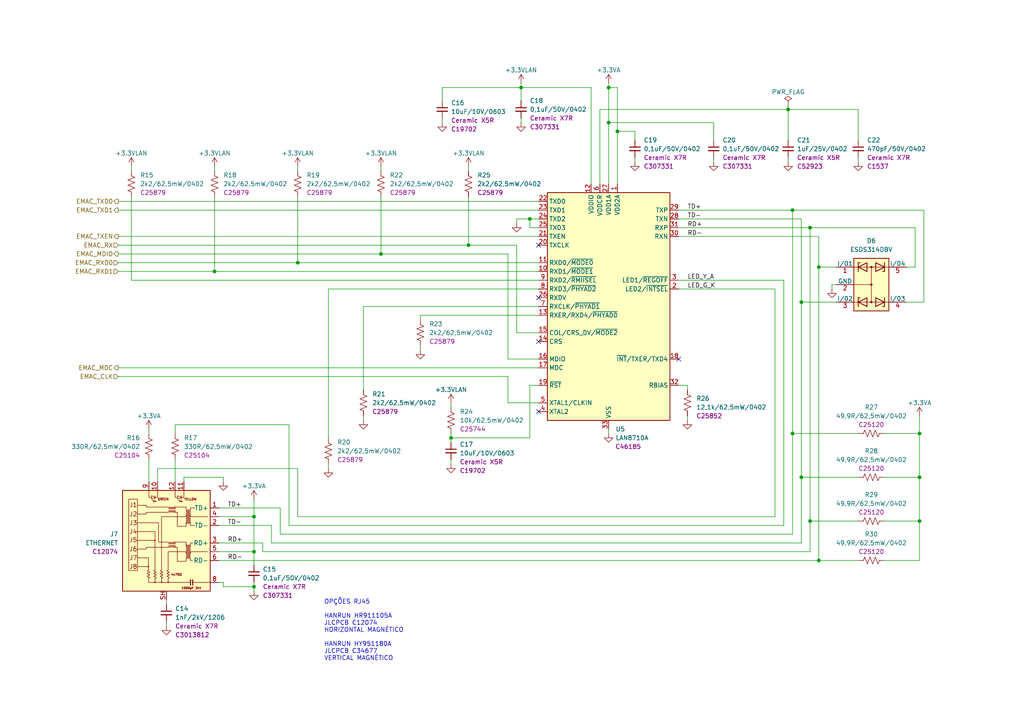
<source format=kicad_sch>
(kicad_sch (version 20230121) (generator eeschema)
  (paper "A4")
  (title_block (title "ESP 16x 24VDC Input 16x 24VDC Output Module") (date "2023-05-05") (rev "V2"))
  (lib_symbols
    (symbol "Device:C_Small" (pin_numbers hide) (pin_names (offset 0.254) hide)
      (property "Reference" "C" (at 0.254 1.778 0))
      (property "Value" "C_Small" (at 0.254 -2.032 0))
      (symbol "C_Small_0_1"
        (polyline (pts (xy -1.524 -0.508) (xy 1.524 -0.508)) (stroke (width 0.3302)))
        (polyline (pts (xy -1.524 0.508) (xy 1.524 0.508)) (stroke (width 0.3048)))
      )
      (symbol "C_Small_1_1"
        (pin passive line (at 0 2.54 270) (length 2.032) (name "~") (number "1"))
        (pin passive line (at 0 -2.54 90) (length 2.032) (name "~") (number "2"))
      )
    )
    (symbol "Device:R_US" (pin_numbers hide) (pin_names (offset 0))
      (property "Reference" "R" (at 2.54 0 90))
      (property "Value" "R_US" (at -2.54 0 90))
      (symbol "R_US_0_1"
        (polyline (pts (xy 0 -2.286) (xy 0 -2.54)))
        (polyline (pts (xy 0 2.286) (xy 0 2.54)))
        (polyline (pts (xy 0 -0.762) (xy 1.016 -1.143) (xy 0 -1.524) (xy -1.016 -1.905) (xy 0 -2.286)))
        (polyline (pts (xy 0 0.762) (xy 1.016 0.381) (xy 0 0) (xy -1.016 -0.381) (xy 0 -0.762)))
        (polyline (pts (xy 0 2.286) (xy 1.016 1.905) (xy 0 1.524) (xy -1.016 1.143) (xy 0 0.762)))
      )
      (symbol "R_US_1_1"
        (pin passive line (at 0 3.81 270) (length 1.27) (name "~") (number "1"))
        (pin passive line (at 0 -3.81 90) (length 1.27) (name "~") (number "2"))
      )
    )
    (symbol "Interface_Ethernet:LAN8710A"
      (property "Reference" "U" (at -13.97 34.29 0))
      (property "Value" "LAN8710A" (at 17.78 34.29 0))
      (symbol "LAN8710A_0_1"
        (rectangle (start -17.78 33.02) (end 17.78 -33.02) (stroke (width 0.254)) (fill (type background)))
      )
      (symbol "LAN8710A_1_1"
        (pin power_in line (at 2.54 35.56 270) (length 2.54) (name "VDD2A") (number "1"))
        (pin bidirectional line (at -20.32 10.16 0) (length 2.54) (name "RXD1/~{MODE1}") (number "10"))
        (pin bidirectional line (at -20.32 12.7 0) (length 2.54) (name "RXD0/~{MODE0}") (number "11"))
        (pin power_in line (at -5.08 35.56 270) (length 2.54) (name "VDDIO") (number "12"))
        (pin bidirectional line (at -20.32 -2.54 0) (length 2.54) (name "RXER/RXD4/~{PHYAD0}") (number "13"))
        (pin output line (at -20.32 -10.16 0) (length 2.54) (name "CRS") (number "14"))
        (pin bidirectional line (at -20.32 -7.62 0) (length 2.54) (name "COL/CRS_DV/~{MODE2}") (number "15"))
        (pin bidirectional line (at -20.32 -15.24 0) (length 2.54) (name "MDIO") (number "16"))
        (pin input line (at -20.32 -17.78 0) (length 2.54) (name "MDC") (number "17"))
        (pin bidirectional line (at 20.32 -15.24 180) (length 2.54) (name "~{INT}/TXER/TXD4") (number "18"))
        (pin input line (at -20.32 -22.86 0) (length 2.54) (name "~{RST}") (number "19"))
        (pin bidirectional line (at 20.32 5.08 180) (length 2.54) (name "LED2/~{INTSEL}") (number "2"))
        (pin output line (at -20.32 17.78 0) (length 2.54) (name "TXCLK") (number "20"))
        (pin input line (at -20.32 20.32 0) (length 2.54) (name "TXEN") (number "21"))
        (pin input line (at -20.32 30.48 0) (length 2.54) (name "TXD0") (number "22"))
        (pin input line (at -20.32 27.94 0) (length 2.54) (name "TXD1") (number "23"))
        (pin input line (at -20.32 25.4 0) (length 2.54) (name "TXD2") (number "24"))
        (pin input line (at -20.32 22.86 0) (length 2.54) (name "TXD3") (number "25"))
        (pin output line (at -20.32 2.54 0) (length 2.54) (name "RXDV") (number "26"))
        (pin power_in line (at 0 35.56 270) (length 2.54) (name "VDD1A") (number "27"))
        (pin bidirectional line (at 20.32 25.4 180) (length 2.54) (name "TXN") (number "28"))
        (pin bidirectional line (at 20.32 27.94 180) (length 2.54) (name "TXP") (number "29"))
        (pin bidirectional line (at 20.32 7.62 180) (length 2.54) (name "LED1/~{REGOFF}") (number "3"))
        (pin bidirectional line (at 20.32 20.32 180) (length 2.54) (name "RXN") (number "30"))
        (pin bidirectional line (at 20.32 22.86 180) (length 2.54) (name "RXP") (number "31"))
        (pin passive line (at 20.32 -22.86 180) (length 2.54) (name "RBIAS") (number "32"))
        (pin power_in line (at 0 -35.56 90) (length 2.54) (name "VSS") (number "33"))
        (pin output line (at -20.32 -30.48 0) (length 2.54) (name "XTAL2") (number "4"))
        (pin input line (at -20.32 -27.94 0) (length 2.54) (name "XTAL1/CLKIN") (number "5"))
        (pin power_in line (at -2.54 35.56 270) (length 2.54) (name "VDDCR") (number "6"))
        (pin bidirectional line (at -20.32 0 0) (length 2.54) (name "RXCLK/~{PHYAD1}") (number "7"))
        (pin bidirectional line (at -20.32 5.08 0) (length 2.54) (name "RXD3/~{PHYAD2}") (number "8"))
        (pin bidirectional line (at -20.32 7.62 0) (length 2.54) (name "RXD2/~{RMIISEL}") (number "9"))
      )
    )
    (symbol "Tales:+3.3VLAN" (power) (pin_names (offset 0))
      (property "Value" "+3.3VLAN" (at 0 3.556 0))
      (symbol "+3.3VLAN_0_1"
        (polyline (pts (xy -0.762 1.27) (xy 0 2.54)))
        (polyline (pts (xy 0 0) (xy 0 2.54)))
        (polyline (pts (xy 0 2.54) (xy 0.762 1.27)))
      )
      (symbol "+3.3VLAN_1_1"
        (pin power_in line (at 0 0 90) (length 0) hide (name "+3.3VLAN") (number "1"))
      )
    )
    (symbol "Tales:ESDS314DBV" (pin_names (offset 0))
      (property "Reference" "D" (at 0 12.7 0))
      (property "Value" "ESDS314DBV" (at 0 10.16 0))
      (symbol "ESDS314DBV_0_1"
        (rectangle (start -5.08 7.62) (end 5.08 -7.62) (stroke (width 0.254)) (fill (type background)))
        (circle (center 0 -5.08) (radius 0.254) (fill (type outline)))
        (polyline (pts (xy -5.08 -5.08) (xy 5.08 -5.08)))
        (polyline (pts (xy -5.08 0) (xy 0 0)))
        (polyline (pts (xy -5.08 5.08) (xy 5.08 5.08)))
        (polyline (pts (xy 0 -5.08) (xy 0 5.08)))
        (polyline (pts (xy -3.81 -6.35) (xy -3.81 -3.81) (xy -3.302 -3.81)) (stroke (width 0.254)))
        (polyline (pts (xy -3.81 3.81) (xy -3.81 6.35) (xy -3.302 6.35)) (stroke (width 0.254)))
        (polyline (pts (xy 3.81 -3.81) (xy 3.81 -6.35) (xy 3.302 -6.35)) (stroke (width 0.254)))
        (polyline (pts (xy 3.81 6.35) (xy 3.81 3.81) (xy 3.302 3.81)) (stroke (width 0.254)))
        (polyline (pts (xy -1.27 -6.35) (xy -3.81 -5.08) (xy -1.27 -3.81) (xy -1.27 -6.35) (xy -1.27 -6.35) (xy -1.27 -6.35)) (stroke (width 0.254)))
        (polyline (pts (xy -1.27 3.81) (xy -3.81 5.08) (xy -1.27 6.35) (xy -1.27 3.81) (xy -1.27 3.81) (xy -1.27 3.81)) (stroke (width 0.254)))
        (polyline (pts (xy 1.27 -3.81) (xy 3.81 -5.08) (xy 1.27 -6.35) (xy 1.27 -3.81) (xy 1.27 -3.81) (xy 1.27 -3.81)) (stroke (width 0.254)))
        (polyline (pts (xy 1.27 6.35) (xy 3.81 5.08) (xy 1.27 3.81) (xy 1.27 6.35) (xy 1.27 6.35) (xy 1.27 6.35)) (stroke (width 0.254)))
        (circle (center 0 0) (radius 0.254) (fill (type outline)))
        (circle (center 0 5.08) (radius 0.254) (fill (type outline)))
        (pin passive line (at -10.16 5.08 0) (length 5.08) (name "I/01") (number "1"))
        (pin passive line (at -10.16 0 0) (length 5.08) (name "GND") (number "2"))
        (pin passive line (at -10.16 -5.08 0) (length 5.08) (name "I/02") (number "3"))
        (pin passive line (at 10.16 -5.08 180) (length 5.08) (name "I/03") (number "4"))
        (pin passive line (at 10.16 5.08 180) (length 5.08) (name "I/04") (number "5"))
      )
    )
    (symbol "Tales:RJ45_HanRun_HR911105A"
      (property "Reference" "J" (at 12.7 13.97 0))
      (property "Value" "RJ45_HanRun_HR911105A" (at 0 -17.78 0))
      (symbol "RJ45_HanRun_HR911105A_0_0"
        (rectangle (start -12.7 12.7) (end 12.7 -16.51) (stroke (width 0.254)) (fill (type background)))
        (polyline (pts (xy -5.207 -9.398) (xy -8.382 -9.398)))
        (polyline (pts (xy -3.302 -13.97) (xy -3.302 -12.827)))
        (polyline (pts (xy -3.302 -1.778) (xy -8.382 -1.778)))
        (polyline (pts (xy -1.397 -13.97) (xy -1.397 -12.827)))
        (polyline (pts (xy 0.508 -13.97) (xy 0.508 -12.827)))
        (polyline (pts (xy 7.62 -13.97) (xy 12.7 -13.97)))
        (polyline (pts (xy 11.938 -5.08) (xy 6.985 -5.08)))
        (polyline (pts (xy 11.938 5.08) (xy 6.985 5.08)))
        (polyline (pts (xy -1.397 -10.414) (xy -1.397 5.08) (xy 5.715 5.08)))
        (polyline (pts (xy 0.508 -10.414) (xy 0.508 -5.08) (xy 5.715 -5.08)))
        (polyline (pts (xy 6.985 -13.97) (xy -5.207 -13.97) (xy -5.207 -12.827)))
        (polyline (pts (xy 0.635 -2.286) (xy -2.286 -2.286) (xy -2.286 3.302) (xy -8.382 3.302)))
        (polyline (pts (xy 0.635 7.874) (xy -5.842 7.874) (xy -5.842 8.382) (xy -8.382 8.382)))
        (text "1000pF 2kV" (at 7.239 -15.621 0) (effects (font (size 0.635 0.635))))
        (text "4x75Ω" (at 2.921 -11.684 0) (effects (font (size 0.635 0.635))))
        (text "GREEN" (at -2.54 10.16 0) (effects (font (size 0.635 0.635)) (justify left)))
        (text "J1" (at -10.795 8.509 0) (effects (font (size 1.27 1.27)) (justify left)))
        (text "J2" (at -10.795 5.842 0) (effects (font (size 1.27 1.27)) (justify left)))
        (text "J3" (at -10.795 3.302 0) (effects (font (size 1.27 1.27)) (justify left)))
        (text "J4" (at -10.795 0.762 0) (effects (font (size 1.27 1.27)) (justify left)))
        (text "J5" (at -10.795 -1.651 0) (effects (font (size 1.27 1.27)) (justify left)))
        (text "J6" (at -10.795 -4.318 0) (effects (font (size 1.27 1.27)) (justify left)))
        (text "J7" (at -10.795 -6.858 0) (effects (font (size 1.27 1.27)) (justify left)))
        (text "J8" (at -10.795 -9.398 0) (effects (font (size 1.27 1.27)) (justify left)))
        (text "YELLOW" (at 5.08 10.16 0) (effects (font (size 0.635 0.635)) (justify left)))
      )
      (symbol "RJ45_HanRun_HR911105A_0_1"
        (rectangle (start -8.382 -10.541) (end -10.922 10.16))
        (circle (center -5.207 -9.398) (radius 0.127) (fill (type outline)))
        (circle (center -3.302 -13.97) (radius 0.127) (fill (type outline)))
        (circle (center -3.302 -1.778) (radius 0.127) (fill (type outline)))
        (circle (center -1.397 -13.97) (radius 0.127) (fill (type outline)))
        (polyline (pts (xy -3.556 9.398) (xy -4.064 9.906)))
        (polyline (pts (xy -3.302 11.176) (xy -3.302 10.16)))
        (polyline (pts (xy -3.048 9.398) (xy -3.556 9.906)))
        (polyline (pts (xy 0.635 -3.302) (xy 2.667 -3.302)))
        (polyline (pts (xy 0.635 6.858) (xy 2.667 6.858)))
        (polyline (pts (xy 2.667 -2.794) (xy 0.635 -2.794)))
        (polyline (pts (xy 2.667 7.366) (xy 0.635 7.366)))
        (polyline (pts (xy 4.064 9.398) (xy 3.556 9.906)))
        (polyline (pts (xy 4.318 11.176) (xy 4.318 10.16)))
        (polyline (pts (xy 4.572 9.398) (xy 4.064 9.906)))
        (polyline (pts (xy 6.223 -3.048) (xy 6.223 -7.112)))
        (polyline (pts (xy 6.223 7.112) (xy 6.223 3.048)))
        (polyline (pts (xy 6.477 -7.112) (xy 6.477 -3.048)))
        (polyline (pts (xy 6.477 3.048) (xy 6.477 7.112)))
        (polyline (pts (xy 6.985 -14.732) (xy 6.985 -13.208)) (stroke (width 0.3048)))
        (polyline (pts (xy 7.62 -14.732) (xy 7.62 -13.208)) (stroke (width 0.3048)))
        (polyline (pts (xy -5.207 -10.414) (xy -5.207 -6.858) (xy -8.382 -6.858)))
        (polyline (pts (xy -5.08 12.7) (xy -5.08 10.668) (xy -4.318 10.668)))
        (polyline (pts (xy -3.556 9.652) (xy -3.556 9.398) (xy -3.81 9.398)))
        (polyline (pts (xy -3.302 -10.414) (xy -3.302 0.762) (xy -8.382 0.762)))
        (polyline (pts (xy -3.048 9.652) (xy -3.048 9.398) (xy -3.302 9.398)))
        (polyline (pts (xy -2.54 12.7) (xy -2.54 10.668) (xy -3.302 10.668)))
        (polyline (pts (xy 2.54 12.7) (xy 2.54 10.668) (xy 3.302 10.668)))
        (polyline (pts (xy 2.667 -2.286) (xy 5.715 -2.286) (xy 5.715 -3.048)))
        (polyline (pts (xy 2.667 7.874) (xy 5.715 7.874) (xy 5.715 7.112)))
        (polyline (pts (xy 4.064 9.652) (xy 4.064 9.398) (xy 3.81 9.398)))
        (polyline (pts (xy 4.572 9.652) (xy 4.572 9.398) (xy 4.318 9.398)))
        (polyline (pts (xy 5.08 12.7) (xy 5.08 10.668) (xy 4.318 10.668)))
        (polyline (pts (xy 6.985 -7.112) (xy 6.985 -7.62) (xy 7.62 -7.62)))
        (polyline (pts (xy 6.985 -3.048) (xy 6.985 -2.54) (xy 7.62 -2.54)))
        (polyline (pts (xy 6.985 3.048) (xy 6.985 2.54) (xy 8.255 2.54)))
        (polyline (pts (xy 6.985 7.112) (xy 6.985 7.62) (xy 8.255 7.62)))
        (polyline (pts (xy -3.302 10.668) (xy -4.318 11.176) (xy -4.318 10.16) (xy -3.302 10.668)))
        (polyline (pts (xy 0.635 -3.81) (xy -5.842 -3.81) (xy -5.842 -4.318) (xy -8.382 -4.318)))
        (polyline (pts (xy 0.635 6.35) (xy -5.842 6.35) (xy -5.842 5.842) (xy -8.382 5.842)))
        (polyline (pts (xy 4.318 10.668) (xy 3.302 11.176) (xy 3.302 10.16) (xy 4.318 10.668)))
        (polyline (pts (xy 5.715 -7.112) (xy 5.715 -7.874) (xy 3.175 -7.874) (xy 3.175 -3.81) (xy 2.667 -3.81)))
        (polyline (pts (xy 5.715 3.048) (xy 5.715 2.286) (xy 3.175 2.286) (xy 3.175 6.35) (xy 2.667 6.35)))
        (polyline (pts (xy -5.207 -12.827) (xy -4.826 -12.573) (xy -5.588 -12.192) (xy -4.826 -11.811) (xy -5.588 -11.43) (xy -4.826 -11.049) (xy -5.588 -10.668) (xy -5.207 -10.414)))
        (polyline (pts (xy -3.302 -12.827) (xy -2.921 -12.573) (xy -3.683 -12.192) (xy -2.921 -11.811) (xy -3.683 -11.43) (xy -2.921 -11.049) (xy -3.683 -10.668) (xy -3.302 -10.414)))
        (polyline (pts (xy -1.397 -12.827) (xy -1.016 -12.573) (xy -1.778 -12.192) (xy -1.016 -11.811) (xy -1.778 -11.43) (xy -1.016 -11.049) (xy -1.778 -10.668) (xy -1.397 -10.414)))
        (polyline (pts (xy 0.508 -12.827) (xy 0.889 -12.573) (xy 0.127 -12.192) (xy 0.889 -11.811) (xy 0.127 -11.43) (xy 0.889 -11.049) (xy 0.127 -10.668) (xy 0.508 -10.414)))
        (circle (center 0.508 -13.97) (radius 0.127) (fill (type outline)))
        (arc (start 0.635 -2.286) (mid 0.889 -2.5389) (end 1.143 -2.286))
        (arc (start 0.635 7.874) (mid 0.889 7.6211) (end 1.143 7.874))
        (arc (start 1.143 -3.81) (mid 0.889 -3.5571) (end 0.635 -3.81))
        (arc (start 1.143 -2.286) (mid 1.397 -2.5389) (end 1.651 -2.286))
        (arc (start 1.143 6.35) (mid 0.889 6.6029) (end 0.635 6.35))
        (arc (start 1.143 7.874) (mid 1.397 7.6211) (end 1.651 7.874))
        (arc (start 1.651 -3.81) (mid 1.397 -3.5571) (end 1.143 -3.81))
        (arc (start 1.651 -2.286) (mid 1.905 -2.5389) (end 2.159 -2.286))
        (arc (start 1.651 6.35) (mid 1.397 6.6029) (end 1.143 6.35))
        (arc (start 1.651 7.874) (mid 1.905 7.6211) (end 2.159 7.874))
        (arc (start 2.159 -3.81) (mid 1.905 -3.5571) (end 1.651 -3.81))
        (arc (start 2.159 -2.286) (mid 2.413 -2.5389) (end 2.667 -2.286))
        (arc (start 2.159 6.35) (mid 1.905 6.6029) (end 1.651 6.35))
        (arc (start 2.159 7.874) (mid 2.413 7.6211) (end 2.667 7.874))
        (circle (center 2.413 -3.8354) (radius 0.0762) (stroke (width 0.0254)) (fill (type outline)))
        (circle (center 2.413 -2.2606) (radius 0.0762) (stroke (width 0.0254)) (fill (type outline)))
        (circle (center 2.413 6.3246) (radius 0.0762) (stroke (width 0.0254)) (fill (type outline)))
        (circle (center 2.413 7.8994) (radius 0.0762) (stroke (width 0.0254)) (fill (type outline)))
        (arc (start 2.667 -3.81) (mid 2.413 -3.5571) (end 2.159 -3.81))
        (arc (start 2.667 6.35) (mid 2.413 6.6029) (end 2.159 6.35))
        (arc (start 5.715 -7.112) (mid 5.9679 -6.858) (end 5.715 -6.604))
        (arc (start 5.715 -6.604) (mid 5.9679 -6.35) (end 5.715 -6.096))
        (arc (start 5.715 -6.096) (mid 5.9679 -5.842) (end 5.715 -5.588))
        (arc (start 5.715 -5.588) (mid 5.9679 -5.334) (end 5.715 -5.08))
        (circle (center 5.715 -5.334) (radius 0.0762) (stroke (width 0.0254)) (fill (type outline)))
        (arc (start 5.715 -5.08) (mid 5.9679 -4.826) (end 5.715 -4.572))
        (arc (start 5.715 -4.572) (mid 5.9679 -4.318) (end 5.715 -4.064))
        (arc (start 5.715 -4.064) (mid 5.9679 -3.81) (end 5.715 -3.556))
        (arc (start 5.715 -3.556) (mid 5.9679 -3.302) (end 5.715 -3.048))
        (circle (center 5.715 -3.302) (radius 0.0762) (stroke (width 0.0254)) (fill (type outline)))
        (arc (start 5.715 3.048) (mid 5.9679 3.302) (end 5.715 3.556))
        (circle (center 5.715 3.302) (radius 0.0762) (stroke (width 0.0254)) (fill (type outline)))
        (arc (start 5.715 3.556) (mid 5.9679 3.81) (end 5.715 4.064))
        (arc (start 5.715 4.064) (mid 5.9679 4.318) (end 5.715 4.572))
        (arc (start 5.715 4.572) (mid 5.9679 4.826) (end 5.715 5.08))
        (arc (start 5.715 5.08) (mid 5.9679 5.334) (end 5.715 5.588))
        (circle (center 5.715 5.334) (radius 0.0762) (stroke (width 0.0254)) (fill (type outline)))
        (arc (start 5.715 5.588) (mid 5.9679 5.842) (end 5.715 6.096))
        (arc (start 5.715 6.096) (mid 5.9679 6.35) (end 5.715 6.604))
        (arc (start 5.715 6.604) (mid 5.9679 6.858) (end 5.715 7.112))
        (arc (start 6.985 -6.604) (mid 6.7321 -6.858) (end 6.985 -7.112))
        (arc (start 6.985 -6.096) (mid 6.7321 -6.35) (end 6.985 -6.604))
        (arc (start 6.985 -5.588) (mid 6.7321 -5.842) (end 6.985 -6.096))
        (circle (center 6.985 -5.334) (radius 0.0762) (stroke (width 0.0254)) (fill (type outline)))
        (arc (start 6.985 -5.08) (mid 6.7321 -5.334) (end 6.985 -5.588))
        (arc (start 6.985 -4.572) (mid 6.7321 -4.826) (end 6.985 -5.08))
        (arc (start 6.985 -4.064) (mid 6.7321 -4.318) (end 6.985 -4.572))
        (arc (start 6.985 -3.556) (mid 6.7321 -3.81) (end 6.985 -4.064))
        (circle (center 6.985 -3.302) (radius 0.0762) (stroke (width 0.0254)) (fill (type outline)))
        (arc (start 6.985 -3.048) (mid 6.7321 -3.302) (end 6.985 -3.556))
        (circle (center 6.985 3.302) (radius 0.0762) (stroke (width 0.0254)) (fill (type outline)))
        (arc (start 6.985 3.556) (mid 6.7321 3.302) (end 6.985 3.048))
        (arc (start 6.985 4.064) (mid 6.7321 3.81) (end 6.985 3.556))
        (arc (start 6.985 4.572) (mid 6.7321 4.318) (end 6.985 4.064))
        (arc (start 6.985 5.08) (mid 6.7321 4.826) (end 6.985 4.572))
        (circle (center 6.985 5.334) (radius 0.0762) (stroke (width 0.0254)) (fill (type outline)))
        (arc (start 6.985 5.588) (mid 6.7321 5.334) (end 6.985 5.08))
        (arc (start 6.985 6.096) (mid 6.7321 5.842) (end 6.985 5.588))
        (arc (start 6.985 6.604) (mid 6.7321 6.35) (end 6.985 6.096))
        (arc (start 6.985 7.112) (mid 6.7321 6.858) (end 6.985 6.604))
      )
      (symbol "RJ45_HanRun_HR911105A_1_1"
        (pin passive line (at 15.24 7.62 180) (length 2.54) (name "TD+") (number "1"))
        (pin passive line (at -2.54 15.24 270) (length 2.54) (name "~") (number "10"))
        (pin passive line (at 5.08 15.24 270) (length 2.54) (name "~") (number "11"))
        (pin passive line (at 2.54 15.24 270) (length 2.54) (name "~") (number "12"))
        (pin passive line (at 15.24 2.54 180) (length 2.54) (name "TD-") (number "2"))
        (pin passive line (at 15.24 -2.54 180) (length 2.54) (name "RD+") (number "3"))
        (pin passive line (at 15.24 5.08 180) (length 2.54) (name "~") (number "4"))
        (pin passive line (at 15.24 -5.08 180) (length 2.54) (name "~") (number "5"))
        (pin passive line (at 15.24 -7.62 180) (length 2.54) (name "RD-") (number "6"))
        (pin no_connect line (at 12.7 -11.43 180) (length 2.54) hide (name "NC") (number "7"))
        (pin passive line (at 15.24 -13.97 180) (length 2.54) (name "~") (number "8"))
        (pin passive line (at -5.08 15.24 270) (length 2.54) (name "~") (number "9"))
        (pin passive line (at 0 -19.05 90) (length 2.54) (name "~") (number "SH"))
      )
    )
    (symbol "power:+3.3VA" (power) (pin_names (offset 0))
      (property "Value" "+3.3VA" (at 0 3.556 0))
      (symbol "+3.3VA_0_1"
        (polyline (pts (xy -0.762 1.27) (xy 0 2.54)))
        (polyline (pts (xy 0 0) (xy 0 2.54)))
        (polyline (pts (xy 0 2.54) (xy 0.762 1.27)))
      )
      (symbol "+3.3VA_1_1"
        (pin power_in line (at 0 0 90) (length 0) hide (name "+3.3VA") (number "1"))
      )
    )
    (symbol "power:GND" (power) (pin_names (offset 0))
      (property "Value" "GND" (at 0 -3.81 0))
      (symbol "GND_0_1"
        (polyline (pts (xy 0 0) (xy 0 -1.27) (xy 1.27 -1.27) (xy 0 -2.54) (xy -1.27 -1.27) (xy 0 -1.27)))
      )
      (symbol "GND_1_1"
        (pin power_in line (at 0 0 270) (length 0) hide (name "GND") (number "1"))
      )
    )
    (symbol "power:PWR_FLAG" (power) (pin_numbers hide) (pin_names (offset 0) hide)
      (property "Value" "PWR_FLAG" (at 0 3.81 0))
      (symbol "PWR_FLAG_0_0"
        (pin power_out line (at 0 0 90) (length 0) (name "pwr") (number "1"))
      )
      (symbol "PWR_FLAG_0_1"
        (polyline (pts (xy 0 0) (xy 0 1.27) (xy -1.016 1.905) (xy 0 2.54) (xy 1.016 1.905) (xy 0 1.27)))
      )
    )
  )
  (junction (at 266.7 125.73))
  (junction (at 232.41 138.43))
  (junction (at 229.87 60.96))
  (junction (at 73.66 160.02))
  (junction (at 266.7 138.43))
  (junction (at 110.49 73.66))
  (junction (at 179.07 38.1))
  (junction (at 151.13 25.4))
  (junction (at 176.53 35.56))
  (junction (at 234.95 151.13))
  (junction (at 73.66 149.86))
  (junction (at 86.36 76.2))
  (junction (at 266.7 151.13))
  (junction (at 229.87 125.73))
  (junction (at 153.67 63.5))
  (junction (at 176.53 25.4))
  (junction (at 135.89 71.12))
  (junction (at 237.49 162.56))
  (junction (at 232.41 87.63))
  (junction (at 130.81 127))
  (junction (at 62.23 78.74))
  (junction (at 237.49 77.47))
  (junction (at 228.6 31.75))
  (junction (at 234.95 66.04))
  (junction (at 73.66 170.18))
  (no_connect (at 156.21 99.06))
  (no_connect (at 156.21 86.36))
  (no_connect (at 196.85 104.14))
  (no_connect (at 156.21 71.12))
  (no_connect (at 156.21 119.38))
  (wire (pts (xy 176.53 35.56) (xy 176.53 53.34)))
  (wire (pts (xy 34.29 71.12) (xy 135.89 71.12)))
  (wire (pts (xy 128.27 25.4) (xy 151.13 25.4)))
  (wire (pts (xy 64.77 138.43) (xy 64.77 139.7)))
  (wire (pts (xy 34.29 78.74) (xy 62.23 78.74)))
  (wire (pts (xy 171.45 25.4) (xy 171.45 53.34)))
  (wire (pts (xy 64.77 170.18) (xy 64.77 168.91)))
  (wire (pts (xy 241.3 82.55) (xy 242.57 82.55)))
  (wire (pts (xy 256.54 125.73) (xy 266.7 125.73)))
  (wire (pts (xy 228.6 31.75) (xy 248.92 31.75)))
  (wire (pts (xy 34.29 106.68) (xy 156.21 106.68)))
  (wire (pts (xy 38.1 48.26) (xy 38.1 49.53)))
  (wire (pts (xy 234.95 151.13) (xy 234.95 160.02)))
  (wire (pts (xy 237.49 77.47) (xy 237.49 162.56)))
  (wire (pts (xy 173.99 53.34) (xy 173.99 31.75)))
  (wire (pts (xy 266.7 151.13) (xy 266.7 162.56)))
  (wire (pts (xy 86.36 76.2) (xy 156.21 76.2)))
  (wire (pts (xy 156.21 111.76) (xy 153.67 111.76)))
  (wire (pts (xy 156.21 96.52) (xy 149.86 96.52)))
  (wire (pts (xy 83.82 123.19) (xy 83.82 152.4)))
  (wire (pts (xy 81.28 154.94) (xy 229.87 154.94)))
  (wire (pts (xy 179.07 38.1) (xy 179.07 53.34)))
  (wire (pts (xy 153.67 63.5) (xy 149.86 63.5)))
  (wire (pts (xy 135.89 71.12) (xy 135.89 57.15)))
  (wire (pts (xy 34.29 68.58) (xy 156.21 68.58)))
  (wire (pts (xy 153.67 66.04) (xy 153.67 63.5)))
  (wire (pts (xy 62.23 48.26) (xy 62.23 49.53)))
  (wire (pts (xy 43.18 124.46) (xy 43.18 125.73)))
  (wire (pts (xy 95.25 134.62) (xy 95.25 135.89)))
  (wire (pts (xy 128.27 29.21) (xy 128.27 25.4)))
  (wire (pts (xy 105.41 120.65) (xy 105.41 121.92)))
  (wire (pts (xy 34.29 76.2) (xy 86.36 76.2)))
  (wire (pts (xy 130.81 133.35) (xy 130.81 134.62)))
  (wire (pts (xy 121.92 91.44) (xy 121.92 92.71)))
  (wire (pts (xy 262.89 77.47) (xy 265.43 77.47)))
  (wire (pts (xy 53.34 138.43) (xy 53.34 139.7)))
  (wire (pts (xy 267.97 87.63) (xy 267.97 60.96)))
  (wire (pts (xy 38.1 57.15) (xy 38.1 81.28)))
  (wire (pts (xy 266.7 125.73) (xy 266.7 138.43)))
  (wire (pts (xy 64.77 168.91) (xy 63.5 168.91)))
  (wire (pts (xy 147.32 104.14) (xy 156.21 104.14)))
  (wire (pts (xy 176.53 25.4) (xy 176.53 35.56)))
  (wire (pts (xy 199.39 111.76) (xy 196.85 111.76)))
  (wire (pts (xy 234.95 151.13) (xy 248.92 151.13)))
  (wire (pts (xy 62.23 78.74) (xy 156.21 78.74)))
  (wire (pts (xy 196.85 68.58) (xy 237.49 68.58)))
  (wire (pts (xy 229.87 125.73) (xy 229.87 154.94)))
  (wire (pts (xy 34.29 109.22) (xy 147.32 109.22)))
  (wire (pts (xy 43.18 133.35) (xy 43.18 139.7)))
  (wire (pts (xy 81.28 147.32) (xy 81.28 154.94)))
  (wire (pts (xy 266.7 162.56) (xy 256.54 162.56)))
  (wire (pts (xy 45.72 135.89) (xy 86.36 135.89)))
  (wire (pts (xy 151.13 34.29) (xy 151.13 35.56)))
  (wire (pts (xy 151.13 25.4) (xy 151.13 29.21)))
  (wire (pts (xy 130.81 116.84) (xy 130.81 118.11)))
  (wire (pts (xy 153.67 127) (xy 130.81 127)))
  (wire (pts (xy 83.82 152.4) (xy 227.33 152.4)))
  (wire (pts (xy 86.36 57.15) (xy 86.36 76.2)))
  (wire (pts (xy 207.01 45.72) (xy 207.01 46.99)))
  (wire (pts (xy 228.6 31.75) (xy 228.6 40.64)))
  (wire (pts (xy 176.53 124.46) (xy 176.53 125.73)))
  (wire (pts (xy 50.8 139.7) (xy 50.8 133.35)))
  (wire (pts (xy 128.27 34.29) (xy 128.27 35.56)))
  (wire (pts (xy 228.6 30.48) (xy 228.6 31.75)))
  (wire (pts (xy 45.72 139.7) (xy 45.72 135.89)))
  (wire (pts (xy 62.23 57.15) (xy 62.23 78.74)))
  (wire (pts (xy 176.53 24.13) (xy 176.53 25.4)))
  (wire (pts (xy 229.87 125.73) (xy 248.92 125.73)))
  (wire (pts (xy 237.49 68.58) (xy 237.49 77.47)))
  (wire (pts (xy 78.74 152.4) (xy 78.74 157.48)))
  (wire (pts (xy 63.5 147.32) (xy 81.28 147.32)))
  (wire (pts (xy 237.49 162.56) (xy 248.92 162.56)))
  (wire (pts (xy 149.86 71.12) (xy 135.89 71.12)))
  (wire (pts (xy 176.53 25.4) (xy 179.07 25.4)))
  (wire (pts (xy 151.13 25.4) (xy 171.45 25.4)))
  (wire (pts (xy 110.49 57.15) (xy 110.49 73.66)))
  (wire (pts (xy 228.6 45.72) (xy 228.6 46.99)))
  (wire (pts (xy 76.2 157.48) (xy 76.2 160.02)))
  (wire (pts (xy 48.26 180.34) (xy 48.26 181.61)))
  (wire (pts (xy 229.87 60.96) (xy 229.87 125.73)))
  (wire (pts (xy 265.43 77.47) (xy 265.43 66.04)))
  (wire (pts (xy 147.32 73.66) (xy 147.32 104.14)))
  (wire (pts (xy 64.77 138.43) (xy 53.34 138.43)))
  (wire (pts (xy 266.7 138.43) (xy 266.7 151.13)))
  (wire (pts (xy 256.54 151.13) (xy 266.7 151.13)))
  (wire (pts (xy 248.92 31.75) (xy 248.92 40.64)))
  (wire (pts (xy 130.81 125.73) (xy 130.81 127)))
  (wire (pts (xy 34.29 73.66) (xy 110.49 73.66)))
  (wire (pts (xy 86.36 48.26) (xy 86.36 49.53)))
  (wire (pts (xy 153.67 111.76) (xy 153.67 127)))
  (wire (pts (xy 63.5 152.4) (xy 78.74 152.4)))
  (wire (pts (xy 73.66 170.18) (xy 73.66 171.45)))
  (wire (pts (xy 130.81 127) (xy 130.81 128.27)))
  (wire (pts (xy 149.86 96.52) (xy 149.86 71.12)))
  (wire (pts (xy 229.87 60.96) (xy 196.85 60.96)))
  (wire (pts (xy 173.99 31.75) (xy 228.6 31.75)))
  (wire (pts (xy 110.49 73.66) (xy 147.32 73.66)))
  (wire (pts (xy 105.41 88.9) (xy 105.41 113.03)))
  (wire (pts (xy 86.36 135.89) (xy 86.36 149.86)))
  (wire (pts (xy 199.39 113.03) (xy 199.39 111.76)))
  (wire (pts (xy 241.3 83.82) (xy 241.3 82.55)))
  (wire (pts (xy 50.8 123.19) (xy 83.82 123.19)))
  (wire (pts (xy 63.5 162.56) (xy 237.49 162.56)))
  (wire (pts (xy 78.74 157.48) (xy 232.41 157.48)))
  (wire (pts (xy 224.79 149.86) (xy 224.79 83.82)))
  (wire (pts (xy 265.43 66.04) (xy 234.95 66.04)))
  (wire (pts (xy 95.25 83.82) (xy 95.25 127)))
  (wire (pts (xy 232.41 138.43) (xy 248.92 138.43)))
  (wire (pts (xy 34.29 60.96) (xy 156.21 60.96)))
  (wire (pts (xy 73.66 168.91) (xy 73.66 170.18)))
  (wire (pts (xy 156.21 63.5) (xy 153.67 63.5)))
  (wire (pts (xy 48.26 173.99) (xy 48.26 175.26)))
  (wire (pts (xy 232.41 63.5) (xy 196.85 63.5)))
  (wire (pts (xy 110.49 48.26) (xy 110.49 49.53)))
  (wire (pts (xy 121.92 100.33) (xy 121.92 101.6)))
  (wire (pts (xy 184.15 38.1) (xy 184.15 40.64)))
  (wire (pts (xy 156.21 116.84) (xy 147.32 116.84)))
  (wire (pts (xy 64.77 170.18) (xy 73.66 170.18)))
  (wire (pts (xy 149.86 63.5) (xy 149.86 64.77)))
  (wire (pts (xy 267.97 60.96) (xy 229.87 60.96)))
  (wire (pts (xy 248.92 45.72) (xy 248.92 46.99)))
  (wire (pts (xy 156.21 66.04) (xy 153.67 66.04)))
  (wire (pts (xy 196.85 81.28) (xy 227.33 81.28)))
  (wire (pts (xy 73.66 144.78) (xy 73.66 149.86)))
  (wire (pts (xy 76.2 160.02) (xy 234.95 160.02)))
  (wire (pts (xy 34.29 58.42) (xy 156.21 58.42)))
  (wire (pts (xy 179.07 25.4) (xy 179.07 38.1)))
  (wire (pts (xy 256.54 138.43) (xy 266.7 138.43)))
  (wire (pts (xy 151.13 24.13) (xy 151.13 25.4)))
  (wire (pts (xy 86.36 149.86) (xy 224.79 149.86)))
  (wire (pts (xy 156.21 91.44) (xy 121.92 91.44)))
  (wire (pts (xy 207.01 35.56) (xy 207.01 40.64)))
  (wire (pts (xy 176.53 35.56) (xy 207.01 35.56)))
  (wire (pts (xy 95.25 83.82) (xy 156.21 83.82)))
  (wire (pts (xy 227.33 152.4) (xy 227.33 81.28)))
  (wire (pts (xy 266.7 120.65) (xy 266.7 125.73)))
  (wire (pts (xy 105.41 88.9) (xy 156.21 88.9)))
  (wire (pts (xy 237.49 77.47) (xy 242.57 77.47)))
  (wire (pts (xy 184.15 45.72) (xy 184.15 46.99)))
  (wire (pts (xy 232.41 87.63) (xy 242.57 87.63)))
  (wire (pts (xy 179.07 38.1) (xy 184.15 38.1)))
  (wire (pts (xy 232.41 87.63) (xy 232.41 138.43)))
  (wire (pts (xy 232.41 63.5) (xy 232.41 87.63)))
  (wire (pts (xy 135.89 48.26) (xy 135.89 49.53)))
  (wire (pts (xy 73.66 160.02) (xy 73.66 149.86)))
  (wire (pts (xy 232.41 138.43) (xy 232.41 157.48)))
  (wire (pts (xy 63.5 160.02) (xy 73.66 160.02)))
  (wire (pts (xy 63.5 157.48) (xy 76.2 157.48)))
  (wire (pts (xy 38.1 81.28) (xy 156.21 81.28)))
  (wire (pts (xy 196.85 83.82) (xy 224.79 83.82)))
  (wire (pts (xy 147.32 116.84) (xy 147.32 109.22)))
  (wire (pts (xy 199.39 120.65) (xy 199.39 121.92)))
  (wire (pts (xy 196.85 66.04) (xy 234.95 66.04)))
  (wire (pts (xy 50.8 125.73) (xy 50.8 123.19)))
  (wire (pts (xy 234.95 66.04) (xy 234.95 151.13)))
  (wire (pts (xy 73.66 160.02) (xy 73.66 163.83)))
  (wire (pts (xy 262.89 87.63) (xy 267.97 87.63)))
  (wire (pts (xy 73.66 149.86) (xy 63.5 149.86)))
  (text "OPÇÕES RJ45\n\nHANRUN HR911105A\nJLCPCB C12074\nHORIZONTAL MAGNÉTICO\n\nHANRUN HY951180A\nJLCPCB C34677\nVERTICAL MAGNÉTICO" (at 93.98 191.77 0) (effects (font (size 1.27 1.27)) (justify left bottom)))
  (label "RD-" (at 66.04 162.56 0))
  (label "LED_Y_A" (at 199.39 81.28 0))
  (label "TD+" (at 66.04 147.32 0))
  (label "TD+" (at 199.39 60.96 0))
  (label "TD-" (at 66.04 152.4 0))
  (label "RD-" (at 199.39 68.58 0))
  (label "RD+" (at 66.04 157.48 0))
  (label "RD+" (at 199.39 66.04 0))
  (label "LED_G_K" (at 199.39 83.82 0))
  (label "TD-" (at 199.39 63.5 0))
  (hierarchical_label "EMAC_MDIO" (shape output) (at 34.29 73.66 180))
  (hierarchical_label "EMAC_TXEN" (shape output) (at 34.29 68.58 180))
  (hierarchical_label "EMAC_CLK" (shape input) (at 34.29 109.22 180))
  (hierarchical_label "EMAC_RXD1" (shape input) (at 34.29 78.74 180))
  (hierarchical_label "EMAC_MDC" (shape output) (at 34.29 106.68 180))
  (hierarchical_label "EMAC_RXD0" (shape input) (at 34.29 76.2 180))
  (hierarchical_label "EMAC_RX" (shape input) (at 34.29 71.12 180))
  (hierarchical_label "EMAC_TXD0" (shape output) (at 34.29 58.42 180))
  (hierarchical_label "EMAC_TXD1" (shape output) (at 34.29 60.96 180))
  (symbol (lib_id "Device:C_Small") (at 207.01 43.18 0) (unit 1)
    (property "Reference" "C20" (at 209.55 40.64 0) (effects (justify left)))
    (property "Value" "0,1uF/50V/0402" (at 209.55 43.18 0) (effects (justify left)))
    (property "Footprint" "Tales:C_0402_1005Metric" (effects hide))
    (property "Case" "0402/1005" (effects hide))
    (property "JLCPCB BOM" "1" (effects hide))
    (property "LCSC Part #" "C307331" (at 209.55 48.2538 0) (effects (justify left)))
    (property "Mfr" "Samsung" (effects hide))
    (property "Mfr PN" "CL05B104KB54PNC" (effects hide))
    (property "Technology" "Ceramic X7R" (at 209.55 45.7138 0) (effects (justify left)))
    (property "Vendor" "JLCPCB" (effects hide))
    (property "Vendor PN" "C307331" (effects hide))
  )
  (symbol (lib_id "power:GND") (at 184.15 46.99 0) (unit 1)
    (property "Reference" "#PWR057" (effects hide))
    (property "Value" "GNDREF" (effects hide))
  )
  (symbol (lib_id "Device:R_US") (at 130.81 121.92 0) (unit 1)
    (property "Reference" "R24" (at 133.35 119.38 0) (effects (justify left)))
    (property "Value" "10k/62,5mW/0402" (at 133.35 121.92 0) (effects (justify left)))
    (property "Footprint" "Tales:R_0402_1005Metric" (effects hide))
    (property "Case" "0402/1005" (effects hide))
    (property "Mfr" "Uniroyal" (effects hide))
    (property "Vendor" "JLCPCB" (effects hide))
    (property "Mfr PN" "0402WGF1002TCE" (effects hide))
    (property "Vendor PN" "C25744" (effects hide))
    (property "LCSC Part #" "C25744" (at 133.35 124.46 0) (effects (justify left)))
    (property "JLCPCB BOM" "1" (effects hide))
  )
  (symbol (lib_id "power:GND") (at 228.6 46.99 0) (unit 1)
    (property "Reference" "#PWR060" (effects hide))
    (property "Value" "GNDREF" (effects hide))
  )
  (symbol (lib_id "Device:R_US") (at 50.8 129.54 0) (unit 1)
    (property "Reference" "R17" (at 53.34 127 0) (effects (justify left)))
    (property "Value" "330R/62,5mW/0402" (at 53.34 129.54 0) (effects (justify left)))
    (property "Footprint" "Tales:R_0402_1005Metric" (effects hide))
    (property "Case" "0402/1005" (effects hide))
    (property "Mfr" "Uniroyal" (effects hide))
    (property "Vendor" "JLCPCB" (effects hide))
    (property "Mfr PN" "0402WGF3300TCE" (effects hide))
    (property "Vendor PN" "C25104" (effects hide))
    (property "LCSC Part #" "C25104" (at 53.34 132.08 0) (effects (justify left)))
    (property "JLCPCB BOM" "1" (effects hide))
  )
  (symbol (lib_id "Device:C_Small") (at 128.27 31.75 0) (unit 1)
    (property "Reference" "C16" (at 130.81 29.845 0) (effects (justify left)))
    (property "Value" "10uF/10V/0603" (at 130.81 32.385 0) (effects (justify left)))
    (property "Footprint" "Tales:C_0603_1608Metric" (effects hide))
    (property "Mfr" "Samsung" (effects hide))
    (property "Mfr PN" "CL10A106KP8NNNC" (effects hide))
    (property "JLCPCB BOM" "1" (effects hide))
    (property "LCSC Part #" "C19702" (at 130.81 37.465 0) (effects (justify left)))
    (property "Technology" "Ceramic X5R" (at 130.81 34.925 0) (effects (justify left)))
    (property "Vendor" "JLCPCB" (effects hide))
    (property "Vendor PN" "C19702" (effects hide))
    (property "Case" "0603/1608" (effects hide))
  )
  (symbol (lib_id "Tales:+3.3VLAN") (at 135.89 48.26 0) (unit 1)
    (property "Reference" "#PWR051" (effects hide))
    (property "Value" "+3.3VLAN" (at 135.89 44.45 0))
  )
  (symbol (lib_id "Device:C_Small") (at 73.66 166.37 0) (unit 1)
    (property "Reference" "C15" (at 76.2 165.1062 0) (effects (justify left)))
    (property "Value" "0,1uF/50V/0402" (at 76.2 167.6462 0) (effects (justify left)))
    (property "Footprint" "Tales:C_0402_1005Metric" (effects hide))
    (property "Case" "0402/1005" (effects hide))
    (property "JLCPCB BOM" "1" (effects hide))
    (property "LCSC Part #" "C307331" (at 76.2 172.72 0) (effects (justify left)))
    (property "Mfr" "Samsung" (effects hide))
    (property "Mfr PN" "CL05B104KB54PNC" (effects hide))
    (property "Technology" "Ceramic X7R" (at 76.2 170.18 0) (effects (justify left)))
    (property "Vendor" "JLCPCB" (effects hide))
    (property "Vendor PN" "C307331" (effects hide))
  )
  (symbol (lib_id "Device:R_US") (at 62.23 53.34 0) (unit 1)
    (property "Reference" "R18" (at 64.77 50.8 0) (effects (justify left)))
    (property "Value" "2k2/62,5mW/0402" (at 64.77 53.34 0) (effects (justify left)))
    (property "Footprint" "Tales:R_0402_1005Metric" (effects hide))
    (property "Case" "0402/1005" (effects hide))
    (property "Mfr" "Uniroyal" (effects hide))
    (property "Vendor" "JLCPCB" (effects hide))
    (property "Mfr PN" "0402WGF2201TCE" (effects hide))
    (property "Vendor PN" "C25879" (effects hide))
    (property "LCSC Part #" "C25879" (at 64.77 55.88 0) (effects (justify left)))
    (property "JLCPCB BOM" "1" (effects hide))
  )
  (symbol (lib_id "Device:R_US") (at 135.89 53.34 0) (unit 1)
    (property "Reference" "R25" (at 138.43 50.8 0) (effects (justify left)))
    (property "Value" "2k2/62,5mW/0402" (at 138.43 53.34 0) (effects (justify left)))
    (property "Footprint" "Tales:R_0402_1005Metric" (effects hide))
    (property "Case" "0402/1005" (effects hide))
    (property "Mfr" "Uniroyal" (effects hide))
    (property "Vendor" "JLCPCB" (effects hide))
    (property "Mfr PN" "0402WGF2201TCE" (effects hide))
    (property "Vendor PN" "C25879" (effects hide))
    (property "LCSC Part #" "C25879" (at 138.43 55.88 0) (effects (justify left)))
    (property "JLCPCB BOM" "1" (effects hide))
  )
  (symbol (lib_id "power:GND") (at 130.81 134.62 0) (unit 1)
    (property "Reference" "#PWR050" (effects hide))
    (property "Value" "GNDREF" (effects hide))
  )
  (symbol (lib_id "Device:R_US") (at 86.36 53.34 0) (unit 1)
    (property "Reference" "R19" (at 88.9 50.8 0) (effects (justify left)))
    (property "Value" "2k2/62,5mW/0402" (at 88.9 53.34 0) (effects (justify left)))
    (property "Footprint" "Tales:R_0402_1005Metric" (effects hide))
    (property "Case" "0402/1005" (effects hide))
    (property "Mfr" "Uniroyal" (effects hide))
    (property "Vendor" "JLCPCB" (effects hide))
    (property "Mfr PN" "0402WGF2201TCE" (effects hide))
    (property "Vendor PN" "C25879" (effects hide))
    (property "LCSC Part #" "C25879" (at 88.9 55.88 0) (effects (justify left)))
    (property "JLCPCB BOM" "1" (effects hide))
  )
  (symbol (lib_id "power:GND") (at 105.41 121.92 0) (unit 1)
    (property "Reference" "#PWR045" (effects hide))
    (property "Value" "GNDREF" (effects hide))
  )
  (symbol (lib_id "Device:C_Small") (at 48.26 177.8 0) (unit 1)
    (property "Reference" "C14" (at 50.8 176.5362 0) (effects (justify left)))
    (property "Value" "1nF/2kV/1206" (at 50.8 179.0762 0) (effects (justify left)))
    (property "Footprint" "Tales:C_1206_3216Metric" (effects hide))
    (property "Case" "1206/3216" (effects hide))
    (property "JLCPCB BOM" "1" (effects hide))
    (property "LCSC Part #" "C3013812" (at 50.8 184.15 0) (effects (justify left)))
    (property "Mfr" "Vishay" (effects hide))
    (property "Mfr PN" "VJ1206Y102MXFAT4X" (effects hide))
    (property "Technology" "Ceramic X7R" (at 50.8 181.61 0) (effects (justify left)))
    (property "Vendor" "JLCPCB" (effects hide))
    (property "Vendor PN" "C3013812" (effects hide))
  )
  (symbol (lib_id "Device:R_US") (at 43.18 129.54 0) (unit 1)
    (property "Reference" "R16" (at 40.64 127 0) (effects (justify right)))
    (property "Value" "330R/62,5mW/0402" (at 40.64 129.54 0) (effects (justify right)))
    (property "Footprint" "Tales:R_0402_1005Metric" (effects hide))
    (property "Case" "0402/1005" (effects hide))
    (property "Mfr" "Uniroyal" (effects hide))
    (property "Vendor" "JLCPCB" (effects hide))
    (property "Mfr PN" "0402WGF3300TCE" (effects hide))
    (property "Vendor PN" "C25104" (effects hide))
    (property "LCSC Part #" "C25104" (at 40.64 132.08 0) (effects (justify right)))
    (property "JLCPCB BOM" "1" (effects hide))
  )
  (symbol (lib_id "power:GND") (at 121.92 101.6 0) (unit 1)
    (property "Reference" "#PWR047" (effects hide))
    (property "Value" "GNDREF" (effects hide))
  )
  (symbol (lib_id "power:GND") (at 207.01 46.99 0) (unit 1)
    (property "Reference" "#PWR059" (effects hide))
    (property "Value" "GNDREF" (effects hide))
  )
  (symbol (lib_id "power:GND") (at 95.25 135.89 0) (unit 1)
    (property "Reference" "#PWR044" (effects hide))
    (property "Value" "GNDREF" (effects hide))
  )
  (symbol (lib_id "power:+3.3VA") (at 73.66 144.78 0) (unit 1)
    (property "Reference" "#PWR041" (effects hide))
    (property "Value" "+3.3VA" (at 73.66 140.97 0))
  )
  (symbol (lib_id "power:GND") (at 151.13 35.56 0) (unit 1)
    (property "Reference" "#PWR054" (effects hide))
    (property "Value" "GNDREF" (effects hide))
  )
  (symbol (lib_id "power:GND") (at 241.3 83.82 0) (unit 1)
    (property "Reference" "#PWR061" (effects hide))
    (property "Value" "GNDREF" (effects hide))
  )
  (symbol (lib_id "Tales:RJ45_HanRun_HR911105A") (at 48.26 154.94 0) (unit 1)
    (property "Reference" "J7" (at 34.29 154.94 0) (effects (justify right)))
    (property "Value" "ETHERNET" (at 34.29 157.48 0) (effects (justify right)))
    (property "Footprint" "Tales:RJ45_HanRun_HR911105A" (effects hide))
    (property "JLCPCB BOM" "1" (effects hide))
    (property "LCSC Part #" "C12074" (at 34.29 160.02 0) (effects (justify right)))
    (property "Mfr" "HanRun" (effects hide))
    (property "Mfr PN" "HR911105A" (effects hide))
    (property "Vendor" "JLCPCB" (effects hide))
    (property "Vendor PN" "C12074" (effects hide))
  )
  (symbol (lib_id "power:GND") (at 73.66 171.45 0) (unit 1)
    (property "Reference" "#PWR042" (effects hide))
    (property "Value" "GNDREF" (effects hide))
  )
  (symbol (lib_id "power:PWR_FLAG") (at 228.6 30.48 0) (unit 1)
    (property "Reference" "#FLG06" (effects hide))
    (property "Value" "PWR_FLAG" (at 228.6 26.67 0))
  )
  (symbol (lib_id "Tales:+3.3VLAN") (at 62.23 48.26 0) (unit 1)
    (property "Reference" "#PWR039" (effects hide))
    (property "Value" "+3.3VLAN" (at 62.23 44.45 0))
  )
  (symbol (lib_id "power:GND") (at 248.92 46.99 0) (unit 1)
    (property "Reference" "#PWR062" (effects hide))
    (property "Value" "GNDREF" (effects hide))
  )
  (symbol (lib_id "Device:R_US") (at 252.73 138.43 90) (unit 1)
    (property "Reference" "R28" (at 252.73 130.81 90))
    (property "Value" "49,9R/62,5mW/0402" (at 252.73 133.35 90))
    (property "Footprint" "Tales:R_0402_1005Metric" (effects hide))
    (property "Case" "0402/1005" (effects hide))
    (property "Mfr" "Uniroyal" (effects hide))
    (property "Vendor" "JLCPCB" (effects hide))
    (property "Mfr PN" "0402WGF499JTCE" (effects hide))
    (property "Vendor PN" "C25120" (effects hide))
    (property "LCSC Part #" "C25120" (at 252.73 135.89 90))
    (property "JLCPCB BOM" "1" (effects hide))
  )
  (symbol (lib_id "Device:C_Small") (at 228.6 43.18 0) (unit 1)
    (property "Reference" "C21" (at 231.14 40.6462 0) (effects (justify left)))
    (property "Value" "1uF/25V/0402" (at 231.14 43.1862 0) (effects (justify left)))
    (property "Footprint" "Tales:C_0402_1005Metric" (effects hide))
    (property "Case" "0402/1005" (effects hide))
    (property "JLCPCB BOM" "1" (effects hide))
    (property "LCSC Part #" "C52923" (at 231.14 48.26 0) (effects (justify left)))
    (property "Mfr" "Samsung" (effects hide))
    (property "Mfr PN" "CL05A105KA5NQNC" (effects hide))
    (property "Technology" "Ceramic X5R" (at 231.14 45.72 0) (effects (justify left)))
    (property "Vendor" "JLCPCB" (effects hide))
    (property "Vendor PN" "C52923" (effects hide))
  )
  (symbol (lib_id "Device:R_US") (at 121.92 96.52 0) (unit 1)
    (property "Reference" "R23" (at 124.46 93.98 0) (effects (justify left)))
    (property "Value" "2k2/62,5mW/0402" (at 124.46 96.52 0) (effects (justify left)))
    (property "Footprint" "Tales:R_0402_1005Metric" (effects hide))
    (property "Case" "0402/1005" (effects hide))
    (property "Mfr" "Uniroyal" (effects hide))
    (property "Vendor" "JLCPCB" (effects hide))
    (property "Mfr PN" "0402WGF2201TCE" (effects hide))
    (property "Vendor PN" "C25879" (effects hide))
    (property "LCSC Part #" "C25879" (at 124.46 99.06 0) (effects (justify left)))
    (property "JLCPCB BOM" "1" (effects hide))
  )
  (symbol (lib_id "Tales:+3.3VLAN") (at 130.81 116.84 0) (unit 1)
    (property "Reference" "#PWR049" (effects hide))
    (property "Value" "+3.3VLAN" (at 130.81 113.03 0))
  )
  (symbol (lib_id "Device:C_Small") (at 151.13 31.75 0) (unit 1)
    (property "Reference" "C18" (at 153.67 29.21 0) (effects (justify left)))
    (property "Value" "0,1uF/50V/0402" (at 153.67 31.75 0) (effects (justify left)))
    (property "Footprint" "Tales:C_0402_1005Metric" (effects hide))
    (property "Case" "0402/1005" (effects hide))
    (property "JLCPCB BOM" "1" (effects hide))
    (property "LCSC Part #" "C307331" (at 153.67 36.8238 0) (effects (justify left)))
    (property "Mfr" "Samsung" (effects hide))
    (property "Mfr PN" "CL05B104KB54PNC" (effects hide))
    (property "Technology" "Ceramic X7R" (at 153.67 34.2838 0) (effects (justify left)))
    (property "Vendor" "JLCPCB" (effects hide))
    (property "Vendor PN" "C307331" (effects hide))
  )
  (symbol (lib_id "Device:R_US") (at 252.73 125.73 90) (unit 1)
    (property "Reference" "R27" (at 252.73 118.11 90))
    (property "Value" "49,9R/62,5mW/0402" (at 252.73 120.65 90))
    (property "Footprint" "Tales:R_0402_1005Metric" (effects hide))
    (property "Case" "0402/1005" (effects hide))
    (property "Mfr" "Uniroyal" (effects hide))
    (property "Vendor" "JLCPCB" (effects hide))
    (property "Mfr PN" "0402WGF499JTCE" (effects hide))
    (property "Vendor PN" "C25120" (effects hide))
    (property "LCSC Part #" "C25120" (at 252.73 123.19 90))
    (property "JLCPCB BOM" "1" (effects hide))
  )
  (symbol (lib_id "power:GND") (at 64.77 139.7 0) (unit 1)
    (property "Reference" "#PWR040" (effects hide))
    (property "Value" "GNDREF" (effects hide))
  )
  (symbol (lib_id "Tales:+3.3VLAN") (at 86.36 48.26 0) (unit 1)
    (property "Reference" "#PWR043" (effects hide))
    (property "Value" "+3.3VLAN" (at 86.36 44.45 0))
  )
  (symbol (lib_id "power:GND") (at 149.86 64.77 0) (unit 1)
    (property "Reference" "#PWR052" (effects hide))
    (property "Value" "GNDREF" (effects hide))
  )
  (symbol (lib_id "Device:C_Small") (at 130.81 130.81 0) (unit 1)
    (property "Reference" "C17" (at 133.35 128.905 0) (effects (justify left)))
    (property "Value" "10uF/10V/0603" (at 133.35 131.445 0) (effects (justify left)))
    (property "Footprint" "Tales:C_0603_1608Metric" (effects hide))
    (property "Mfr" "Samsung" (effects hide))
    (property "Mfr PN" "CL10A106KP8NNNC" (effects hide))
    (property "JLCPCB BOM" "1" (effects hide))
    (property "LCSC Part #" "C19702" (at 133.35 136.525 0) (effects (justify left)))
    (property "Technology" "Ceramic X5R" (at 133.35 133.985 0) (effects (justify left)))
    (property "Vendor" "JLCPCB" (effects hide))
    (property "Vendor PN" "C19702" (effects hide))
    (property "Case" "0603/1608" (effects hide))
  )
  (symbol (lib_id "Device:R_US") (at 105.41 116.84 0) (unit 1)
    (property "Reference" "R21" (at 107.95 114.3 0) (effects (justify left)))
    (property "Value" "2k2/62,5mW/0402" (at 107.95 116.84 0) (effects (justify left)))
    (property "Footprint" "Tales:R_0402_1005Metric" (effects hide))
    (property "Case" "0402/1005" (effects hide))
    (property "Mfr" "Uniroyal" (effects hide))
    (property "Vendor" "JLCPCB" (effects hide))
    (property "Mfr PN" "0402WGF2201TCE" (effects hide))
    (property "Vendor PN" "C25879" (effects hide))
    (property "LCSC Part #" "C25879" (at 107.95 119.38 0) (effects (justify left)))
    (property "JLCPCB BOM" "1" (effects hide))
  )
  (symbol (lib_id "power:+3.3VA") (at 176.53 24.13 0) (unit 1)
    (property "Reference" "#PWR055" (effects hide))
    (property "Value" "+3.3VA" (at 176.53 20.32 0))
  )
  (symbol (lib_id "Device:C_Small") (at 248.92 43.18 0) (unit 1)
    (property "Reference" "C22" (at 251.46 40.64 0) (effects (justify left)))
    (property "Value" "470pF/50V/0402" (at 251.46 43.18 0) (effects (justify left)))
    (property "Footprint" "Tales:C_0402_1005Metric" (effects hide))
    (property "Case" "0402/1005" (effects hide))
    (property "JLCPCB BOM" "1" (effects hide))
    (property "LCSC Part #" "C1537" (at 251.46 48.26 0) (effects (justify left)))
    (property "Mfr" "FH" (effects hide))
    (property "Mfr PN" "0402B471K500NT" (effects hide))
    (property "Technology" "Ceramic X7R" (at 251.46 45.72 0) (effects (justify left)))
    (property "Vendor" "JLCPCB" (effects hide))
    (property "Vendor PN" "C1537" (effects hide))
  )
  (symbol (lib_id "power:GND") (at 199.39 121.92 0) (unit 1)
    (property "Reference" "#PWR058" (effects hide))
    (property "Value" "GNDREF" (effects hide))
  )
  (symbol (lib_id "Tales:ESDS314DBV") (at 252.73 82.55 0) (unit 1)
    (property "Reference" "D6" (at 252.73 69.85 0))
    (property "Value" "ESDS314DBV" (at 252.73 72.39 0))
    (property "Footprint" "Tales:SOT-23-5" (effects hide))
    (property "Vendor" "JLCPCB" (effects hide))
    (property "Case" "SOT-23-5" (effects hide))
    (property "JLCPCB BOM" "1" (effects hide))
    (property "LCSC Part #" "C1847859" (effects hide))
    (property "Mfr" "Texas Instruments" (effects hide))
    (property "Mfr PN" "ESDS314DBVR" (effects hide))
    (property "Vendor PN" "C1847859" (effects hide))
  )
  (symbol (lib_id "Device:R_US") (at 95.25 130.81 0) (unit 1)
    (property "Reference" "R20" (at 97.79 128.27 0) (effects (justify left)))
    (property "Value" "2k2/62,5mW/0402" (at 97.79 130.81 0) (effects (justify left)))
    (property "Footprint" "Tales:R_0402_1005Metric" (effects hide))
    (property "Case" "0402/1005" (effects hide))
    (property "Mfr" "Uniroyal" (effects hide))
    (property "Vendor" "JLCPCB" (effects hide))
    (property "Mfr PN" "0402WGF2201TCE" (effects hide))
    (property "Vendor PN" "C25879" (effects hide))
    (property "LCSC Part #" "C25879" (at 97.79 133.35 0) (effects (justify left)))
    (property "JLCPCB BOM" "1" (effects hide))
  )
  (symbol (lib_id "power:+3.3VA") (at 43.18 124.46 0) (unit 1)
    (property "Reference" "#PWR037" (effects hide))
    (property "Value" "+3.3VA" (at 43.18 120.65 0))
  )
  (symbol (lib_id "power:+3.3VA") (at 266.7 120.65 0) (unit 1)
    (property "Reference" "#PWR063" (effects hide))
    (property "Value" "+3.3VA" (at 266.7 116.84 0))
  )
  (symbol (lib_id "power:GND") (at 48.26 181.61 0) (unit 1)
    (property "Reference" "#PWR038" (effects hide))
    (property "Value" "GNDREF" (effects hide))
  )
  (symbol (lib_id "Device:R_US") (at 252.73 162.56 90) (unit 1)
    (property "Reference" "R30" (at 252.73 154.94 90))
    (property "Value" "49,9R/62,5mW/0402" (at 252.73 157.48 90))
    (property "Footprint" "Tales:R_0402_1005Metric" (effects hide))
    (property "Case" "0402/1005" (effects hide))
    (property "Mfr" "Uniroyal" (effects hide))
    (property "Vendor" "JLCPCB" (effects hide))
    (property "Mfr PN" "0402WGF499JTCE" (effects hide))
    (property "Vendor PN" "C25120" (effects hide))
    (property "LCSC Part #" "C25120" (at 252.73 160.02 90))
    (property "JLCPCB BOM" "1" (effects hide))
  )
  (symbol (lib_id "Interface_Ethernet:LAN8710A") (at 176.53 88.9 0) (unit 1)
    (property "Reference" "U5" (at 178.5494 124.46 0) (effects (justify left)))
    (property "Value" "LAN8710A" (at 178.5494 127 0) (effects (justify left)))
    (property "Footprint" "Tales:QFN-32-1EP_5x5mm_P0.5mm_EP3.3x3.3mm_ThermalVias" (effects hide))
    (property "Case" "QFN-32" (effects hide))
    (property "JLCPCB BOM" "1" (effects hide))
    (property "LCSC Part #" "C46185" (at 178.435 129.54 0) (effects (justify left)))
    (property "Mfr" "Microchip" (effects hide))
    (property "Mfr PN" "LAN8710A-EZC-TR" (effects hide))
    (property "Vendor" "JLCPCB" (effects hide))
    (property "Vendor PN" "C46185" (effects hide))
  )
  (symbol (lib_id "power:GND") (at 128.27 35.56 0) (unit 1)
    (property "Reference" "#PWR048" (effects hide))
    (property "Value" "GNDREF" (effects hide))
  )
  (symbol (lib_id "Device:R_US") (at 252.73 151.13 90) (unit 1)
    (property "Reference" "R29" (at 252.73 143.51 90))
    (property "Value" "49,9R/62,5mW/0402" (at 252.73 146.05 90))
    (property "Footprint" "Tales:R_0402_1005Metric" (effects hide))
    (property "Case" "0402/1005" (effects hide))
    (property "Mfr" "Uniroyal" (effects hide))
    (property "Vendor" "JLCPCB" (effects hide))
    (property "Mfr PN" "0402WGF499JTCE" (effects hide))
    (property "Vendor PN" "C25120" (effects hide))
    (property "LCSC Part #" "C25120" (at 252.73 148.59 90))
    (property "JLCPCB BOM" "1" (effects hide))
  )
  (symbol (lib_id "Tales:+3.3VLAN") (at 151.13 24.13 0) (unit 1)
    (property "Reference" "#PWR053" (effects hide))
    (property "Value" "+3.3VLAN" (at 151.13 20.32 0))
  )
  (symbol (lib_id "Device:C_Small") (at 184.15 43.18 0) (unit 1)
    (property "Reference" "C19" (at 186.69 40.64 0) (effects (justify left)))
    (property "Value" "0,1uF/50V/0402" (at 186.69 43.18 0) (effects (justify left)))
    (property "Footprint" "Tales:C_0402_1005Metric" (effects hide))
    (property "Case" "0402/1005" (effects hide))
    (property "JLCPCB BOM" "1" (effects hide))
    (property "LCSC Part #" "C307331" (at 186.69 48.2538 0) (effects (justify left)))
    (property "Mfr" "Samsung" (effects hide))
    (property "Mfr PN" "CL05B104KB54PNC" (effects hide))
    (property "Technology" "Ceramic X7R" (at 186.69 45.7138 0) (effects (justify left)))
    (property "Vendor" "JLCPCB" (effects hide))
    (property "Vendor PN" "C307331" (effects hide))
  )
  (symbol (lib_id "power:GND") (at 176.53 125.73 0) (unit 1)
    (property "Reference" "#PWR056" (effects hide))
    (property "Value" "GNDREF" (effects hide))
  )
  (symbol (lib_id "Device:R_US") (at 199.39 116.84 0) (unit 1)
    (property "Reference" "R26" (at 201.93 115.5699 0) (effects (justify left)))
    (property "Value" "12,1k/62,5mW/0402" (at 201.93 118.1099 0) (effects (justify left)))
    (property "Footprint" "Tales:R_0402_1005Metric" (effects hide))
    (property "Case" "0402/1005" (effects hide))
    (property "JLCPCB BOM" "1" (effects hide))
    (property "LCSC Part #" "C25852" (at 201.93 120.65 0) (effects (justify left)))
    (property "Mfr" "Uniroyal" (effects hide))
    (property "Mfr PN" "0402WGF1212TCE" (effects hide))
    (property "Vendor" "JLCPCB" (effects hide))
    (property "Vendor PN" "C25852" (effects hide))
  )
  (symbol (lib_id "Tales:+3.3VLAN") (at 110.49 48.26 0) (unit 1)
    (property "Reference" "#PWR046" (effects hide))
    (property "Value" "+3.3VLAN" (at 110.49 44.45 0))
  )
  (symbol (lib_id "Tales:+3.3VLAN") (at 38.1 48.26 0) (unit 1)
    (property "Reference" "#PWR036" (effects hide))
    (property "Value" "+3.3VLAN" (at 38.1 44.45 0))
  )
  (symbol (lib_id "Device:R_US") (at 110.49 53.34 0) (unit 1)
    (property "Reference" "R22" (at 113.03 50.8 0) (effects (justify left)))
    (property "Value" "2k2/62,5mW/0402" (at 113.03 53.34 0) (effects (justify left)))
    (property "Footprint" "Tales:R_0402_1005Metric" (effects hide))
    (property "Case" "0402/1005" (effects hide))
    (property "Mfr" "Uniroyal" (effects hide))
    (property "Vendor" "JLCPCB" (effects hide))
    (property "Mfr PN" "0402WGF2201TCE" (effects hide))
    (property "Vendor PN" "C25879" (effects hide))
    (property "LCSC Part #" "C25879" (at 113.03 55.88 0) (effects (justify left)))
    (property "JLCPCB BOM" "1" (effects hide))
  )
  (symbol (lib_id "Device:R_US") (at 38.1 53.34 0) (unit 1)
    (property "Reference" "R15" (at 40.64 50.8 0) (effects (justify left)))
    (property "Value" "2k2/62,5mW/0402" (at 40.64 53.34 0) (effects (justify left)))
    (property "Footprint" "Tales:R_0402_1005Metric" (effects hide))
    (property "Case" "0402/1005" (effects hide))
    (property "Mfr" "Uniroyal" (effects hide))
    (property "Vendor" "JLCPCB" (effects hide))
    (property "Mfr PN" "0402WGF2201TCE" (effects hide))
    (property "Vendor PN" "C25879" (effects hide))
    (property "LCSC Part #" "C25879" (at 40.64 55.88 0) (effects (justify left)))
    (property "JLCPCB BOM" "1" (effects hide))
  )
)
</source>
